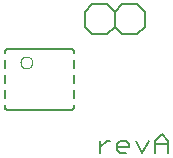
<source format=gto>
G75*
%MOIN*%
%OFA0B0*%
%FSLAX25Y25*%
%IPPOS*%
%LPD*%
%AMOC8*
5,1,8,0,0,1.08239X$1,22.5*
%
%ADD10C,0.00600*%
%ADD11C,0.00200*%
D10*
X0016269Y0026564D02*
X0037233Y0026564D01*
X0037295Y0026566D01*
X0037356Y0026572D01*
X0037417Y0026581D01*
X0037478Y0026595D01*
X0037537Y0026612D01*
X0037595Y0026633D01*
X0037652Y0026658D01*
X0037707Y0026686D01*
X0037760Y0026717D01*
X0037811Y0026752D01*
X0037860Y0026790D01*
X0037907Y0026831D01*
X0037950Y0026874D01*
X0037991Y0026921D01*
X0038029Y0026970D01*
X0038064Y0027021D01*
X0038095Y0027074D01*
X0038123Y0027129D01*
X0038148Y0027186D01*
X0038169Y0027244D01*
X0038186Y0027303D01*
X0038200Y0027364D01*
X0038209Y0027425D01*
X0038215Y0027486D01*
X0038217Y0027548D01*
X0038217Y0027509D02*
X0038217Y0028099D01*
X0038217Y0030540D02*
X0038217Y0033060D01*
X0038217Y0035540D02*
X0038217Y0038060D01*
X0038217Y0040540D02*
X0038217Y0043060D01*
X0038217Y0045501D02*
X0038217Y0046013D01*
X0038217Y0046052D02*
X0038215Y0046114D01*
X0038209Y0046175D01*
X0038200Y0046236D01*
X0038186Y0046297D01*
X0038169Y0046356D01*
X0038148Y0046414D01*
X0038123Y0046471D01*
X0038095Y0046526D01*
X0038064Y0046579D01*
X0038029Y0046630D01*
X0037991Y0046679D01*
X0037950Y0046726D01*
X0037907Y0046769D01*
X0037860Y0046810D01*
X0037811Y0046848D01*
X0037760Y0046883D01*
X0037707Y0046914D01*
X0037652Y0046942D01*
X0037595Y0046967D01*
X0037537Y0046988D01*
X0037478Y0047005D01*
X0037417Y0047019D01*
X0037356Y0047028D01*
X0037295Y0047034D01*
X0037233Y0047036D01*
X0016308Y0047036D01*
X0016269Y0047036D02*
X0016207Y0047034D01*
X0016146Y0047028D01*
X0016085Y0047019D01*
X0016024Y0047005D01*
X0015965Y0046988D01*
X0015907Y0046967D01*
X0015850Y0046942D01*
X0015795Y0046914D01*
X0015742Y0046883D01*
X0015691Y0046848D01*
X0015642Y0046810D01*
X0015595Y0046769D01*
X0015552Y0046726D01*
X0015511Y0046679D01*
X0015473Y0046630D01*
X0015438Y0046579D01*
X0015407Y0046526D01*
X0015379Y0046471D01*
X0015354Y0046414D01*
X0015333Y0046356D01*
X0015316Y0046297D01*
X0015302Y0046236D01*
X0015293Y0046175D01*
X0015287Y0046114D01*
X0015285Y0046052D01*
X0015284Y0046013D02*
X0015284Y0045501D01*
X0015284Y0043060D02*
X0015284Y0040540D01*
X0015284Y0038099D02*
X0015284Y0035540D01*
X0015284Y0033099D02*
X0015284Y0030540D01*
X0015284Y0028139D02*
X0015284Y0027627D01*
X0015285Y0027548D02*
X0015287Y0027486D01*
X0015293Y0027425D01*
X0015302Y0027364D01*
X0015316Y0027303D01*
X0015333Y0027244D01*
X0015354Y0027186D01*
X0015379Y0027129D01*
X0015407Y0027074D01*
X0015438Y0027021D01*
X0015473Y0026970D01*
X0015511Y0026921D01*
X0015552Y0026874D01*
X0015595Y0026831D01*
X0015642Y0026790D01*
X0015691Y0026752D01*
X0015742Y0026717D01*
X0015795Y0026686D01*
X0015850Y0026658D01*
X0015907Y0026633D01*
X0015965Y0026612D01*
X0016024Y0026595D01*
X0016085Y0026581D01*
X0016146Y0026572D01*
X0016207Y0026566D01*
X0016269Y0026564D01*
X0047100Y0016370D02*
X0047100Y0012100D01*
X0047100Y0014235D02*
X0049235Y0016370D01*
X0050303Y0016370D01*
X0052471Y0015303D02*
X0053539Y0016370D01*
X0055674Y0016370D01*
X0056742Y0015303D01*
X0056742Y0014235D01*
X0052471Y0014235D01*
X0052471Y0013168D02*
X0052471Y0015303D01*
X0052471Y0013168D02*
X0053539Y0012100D01*
X0055674Y0012100D01*
X0058917Y0016370D02*
X0061052Y0012100D01*
X0063187Y0016370D01*
X0065362Y0016370D02*
X0067497Y0018505D01*
X0069633Y0016370D01*
X0069633Y0012100D01*
X0069633Y0015303D02*
X0065362Y0015303D01*
X0065362Y0016370D02*
X0065362Y0012100D01*
X0059300Y0051800D02*
X0054300Y0051800D01*
X0051800Y0054300D01*
X0049300Y0051800D01*
X0044300Y0051800D01*
X0041800Y0054300D01*
X0041800Y0059300D01*
X0044300Y0061800D01*
X0049300Y0061800D01*
X0051800Y0059300D01*
X0051800Y0054300D01*
X0051800Y0059300D01*
X0054300Y0061800D01*
X0059300Y0061800D01*
X0061800Y0059300D01*
X0061800Y0054300D01*
X0059300Y0051800D01*
D11*
X0020441Y0042391D02*
X0020443Y0042479D01*
X0020449Y0042567D01*
X0020459Y0042655D01*
X0020473Y0042743D01*
X0020490Y0042829D01*
X0020512Y0042915D01*
X0020537Y0042999D01*
X0020567Y0043083D01*
X0020599Y0043165D01*
X0020636Y0043245D01*
X0020676Y0043324D01*
X0020720Y0043401D01*
X0020767Y0043476D01*
X0020817Y0043548D01*
X0020871Y0043619D01*
X0020927Y0043686D01*
X0020987Y0043752D01*
X0021049Y0043814D01*
X0021115Y0043874D01*
X0021182Y0043930D01*
X0021253Y0043984D01*
X0021325Y0044034D01*
X0021400Y0044081D01*
X0021477Y0044125D01*
X0021556Y0044165D01*
X0021636Y0044202D01*
X0021718Y0044234D01*
X0021802Y0044264D01*
X0021886Y0044289D01*
X0021972Y0044311D01*
X0022058Y0044328D01*
X0022146Y0044342D01*
X0022234Y0044352D01*
X0022322Y0044358D01*
X0022410Y0044360D01*
X0022498Y0044358D01*
X0022586Y0044352D01*
X0022674Y0044342D01*
X0022762Y0044328D01*
X0022848Y0044311D01*
X0022934Y0044289D01*
X0023018Y0044264D01*
X0023102Y0044234D01*
X0023184Y0044202D01*
X0023264Y0044165D01*
X0023343Y0044125D01*
X0023420Y0044081D01*
X0023495Y0044034D01*
X0023567Y0043984D01*
X0023638Y0043930D01*
X0023705Y0043874D01*
X0023771Y0043814D01*
X0023833Y0043752D01*
X0023893Y0043686D01*
X0023949Y0043619D01*
X0024003Y0043548D01*
X0024053Y0043476D01*
X0024100Y0043401D01*
X0024144Y0043324D01*
X0024184Y0043245D01*
X0024221Y0043165D01*
X0024253Y0043083D01*
X0024283Y0042999D01*
X0024308Y0042915D01*
X0024330Y0042829D01*
X0024347Y0042743D01*
X0024361Y0042655D01*
X0024371Y0042567D01*
X0024377Y0042479D01*
X0024379Y0042391D01*
X0024377Y0042303D01*
X0024371Y0042215D01*
X0024361Y0042127D01*
X0024347Y0042039D01*
X0024330Y0041953D01*
X0024308Y0041867D01*
X0024283Y0041783D01*
X0024253Y0041699D01*
X0024221Y0041617D01*
X0024184Y0041537D01*
X0024144Y0041458D01*
X0024100Y0041381D01*
X0024053Y0041306D01*
X0024003Y0041234D01*
X0023949Y0041163D01*
X0023893Y0041096D01*
X0023833Y0041030D01*
X0023771Y0040968D01*
X0023705Y0040908D01*
X0023638Y0040852D01*
X0023567Y0040798D01*
X0023495Y0040748D01*
X0023420Y0040701D01*
X0023343Y0040657D01*
X0023264Y0040617D01*
X0023184Y0040580D01*
X0023102Y0040548D01*
X0023018Y0040518D01*
X0022934Y0040493D01*
X0022848Y0040471D01*
X0022762Y0040454D01*
X0022674Y0040440D01*
X0022586Y0040430D01*
X0022498Y0040424D01*
X0022410Y0040422D01*
X0022322Y0040424D01*
X0022234Y0040430D01*
X0022146Y0040440D01*
X0022058Y0040454D01*
X0021972Y0040471D01*
X0021886Y0040493D01*
X0021802Y0040518D01*
X0021718Y0040548D01*
X0021636Y0040580D01*
X0021556Y0040617D01*
X0021477Y0040657D01*
X0021400Y0040701D01*
X0021325Y0040748D01*
X0021253Y0040798D01*
X0021182Y0040852D01*
X0021115Y0040908D01*
X0021049Y0040968D01*
X0020987Y0041030D01*
X0020927Y0041096D01*
X0020871Y0041163D01*
X0020817Y0041234D01*
X0020767Y0041306D01*
X0020720Y0041381D01*
X0020676Y0041458D01*
X0020636Y0041537D01*
X0020599Y0041617D01*
X0020567Y0041699D01*
X0020537Y0041783D01*
X0020512Y0041867D01*
X0020490Y0041953D01*
X0020473Y0042039D01*
X0020459Y0042127D01*
X0020449Y0042215D01*
X0020443Y0042303D01*
X0020441Y0042391D01*
M02*

</source>
